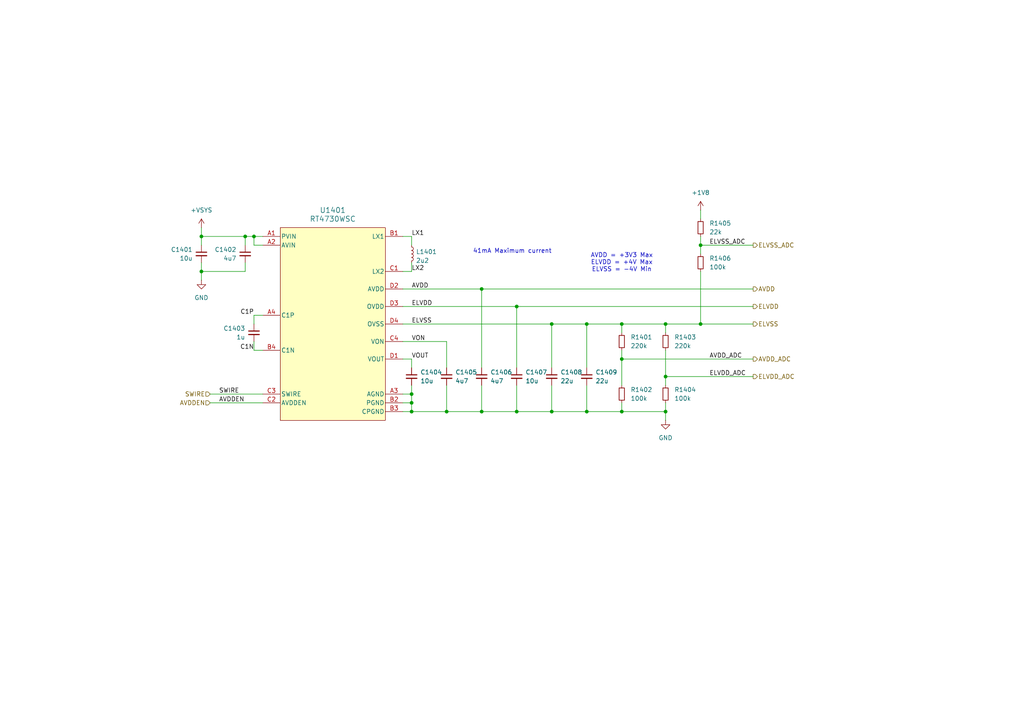
<source format=kicad_sch>
(kicad_sch (version 20231120) (generator "eeschema") (generator_version "8.0")
  (paper "A4")
  (title_block (title "Watch Display Power") (rev "2"))
  (lib_symbols
    (symbol "Device:C_Small" (pin_numbers hide) (pin_names (offset 0.254) hide)
      (property "Reference" "C" (at 0.254 1.778 0))
      (property "Value" "C_Small" (at 0.254 -2.032 0))
      (symbol "C_Small_0_1"
        (polyline (pts (xy -1.524 -0.508) (xy 1.524 -0.508)) (stroke (width 0.3302)))
        (polyline (pts (xy -1.524 0.508) (xy 1.524 0.508)) (stroke (width 0.3048)))
      )
      (symbol "C_Small_1_1"
        (pin passive line (at 0 2.54 270) (length 2.032) (name "~") (number "1"))
        (pin passive line (at 0 -2.54 90) (length 2.032) (name "~") (number "2"))
      )
    )
    (symbol "Device:L_Small" (pin_numbers hide) (pin_names (offset 0.254) hide)
      (property "Reference" "L" (at 0.762 1.016 0))
      (property "Value" "L_Small" (at 0.762 -1.016 0))
      (symbol "L_Small_0_1"
        (arc (start 0 -2.032) (mid 0.5058 -1.524) (end 0 -1.016))
        (arc (start 0 -1.016) (mid 0.5058 -0.508) (end 0 0))
        (arc (start 0 0) (mid 0.5058 0.508) (end 0 1.016))
        (arc (start 0 1.016) (mid 0.5058 1.524) (end 0 2.032))
      )
      (symbol "L_Small_1_1"
        (pin passive line (at 0 2.54 270) (length 0.508) (name "~") (number "1"))
        (pin passive line (at 0 -2.54 90) (length 0.508) (name "~") (number "2"))
      )
    )
    (symbol "Device:R_Small" (pin_numbers hide) (pin_names (offset 0.254) hide)
      (property "Reference" "R" (at 0.762 0.508 0))
      (property "Value" "R_Small" (at 0.762 -1.016 0))
      (symbol "R_Small_0_1"
        (rectangle (start -0.762 1.778) (end 0.762 -1.778) (stroke (width 0.2032)))
      )
      (symbol "R_Small_1_1"
        (pin passive line (at 0 2.54 270) (length 0.762) (name "~") (number "1"))
        (pin passive line (at 0 -2.54 90) (length 0.762) (name "~") (number "2"))
      )
    )
    (symbol "RT4730WSC:RT4730WSC" (pin_names (offset 0.254))
      (property "Reference" "U" (at 0 25.4 0))
      (property "Value" "RT4730WSC" (at 0 22.86 0))
      (symbol "RT4730WSC_0_1"
        (pin power_in line (at -20.32 17.78 0) (length 5.08) (name "PVIN") (number "A1"))
        (pin power_in line (at -20.32 15.24 0) (length 5.08) (name "AVIN") (number "A2"))
        (pin power_out line (at 20.32 -27.94 180) (length 5.08) (name "AGND") (number "A3"))
        (pin bidirectional line (at 20.32 17.78 180) (length 5.08) (name "LX1") (number "B1"))
        (pin power_out line (at 20.32 -30.48 180) (length 5.08) (name "PGND") (number "B2"))
        (pin power_out line (at 20.32 -33.02 180) (length 5.08) (name "CPGND") (number "B3"))
        (pin bidirectional line (at 20.32 7.62 180) (length 5.08) (name "LX2") (number "C1"))
        (pin power_in line (at -20.32 -30.48 0) (length 5.08) (name "AVDDEN") (number "C2"))
        (pin unspecified line (at -20.32 -27.94 0) (length 5.08) (name "SWIRE") (number "C3"))
        (pin output line (at 20.32 -12.7 180) (length 5.08) (name "VON") (number "C4"))
        (pin output line (at 20.32 -17.78 180) (length 5.08) (name "VOUT") (number "D1"))
        (pin output line (at 20.32 2.54 180) (length 5.08) (name "AVDD") (number "D2"))
        (pin output line (at 20.32 -2.54 180) (length 5.08) (name "OVDD") (number "D3"))
        (pin output line (at 20.32 -7.62 180) (length 5.08) (name "OVSS") (number "D4"))
      )
      (symbol "RT4730WSC_1_1"
        (rectangle (start -15.24 20.32) (end 15.24 -35.56) (fill (type background)))
        (pin unspecified line (at -20.32 -5.08 0) (length 5.08) (name "C1P") (number "A4"))
        (pin unspecified line (at -20.32 -15.24 0) (length 5.08) (name "C1N") (number "B4"))
      )
    )
    (symbol "power:+1V8" (power) (pin_numbers hide) (pin_names (offset 0) hide)
      (property "Value" "+1V8" (at 0 3.556 0))
      (symbol "+1V8_0_1"
        (polyline (pts (xy -0.762 1.27) (xy 0 2.54)))
        (polyline (pts (xy 0 0) (xy 0 2.54)))
        (polyline (pts (xy 0 2.54) (xy 0.762 1.27)))
      )
      (symbol "+1V8_1_1"
        (pin power_in line (at 0 0 90) (length 0) (name "~") (number "1"))
      )
    )
    (symbol "power:GND" (power) (pin_numbers hide) (pin_names (offset 0) hide)
      (property "Value" "GND" (at 0 -3.81 0))
      (symbol "GND_0_1"
        (polyline (pts (xy 0 0) (xy 0 -1.27) (xy 1.27 -1.27) (xy 0 -2.54) (xy -1.27 -1.27) (xy 0 -1.27)))
      )
      (symbol "GND_1_1"
        (pin power_in line (at 0 0 270) (length 0) (name "~") (number "1"))
      )
    )
    (symbol "watch_symbols_lib:+VSYS" (power) (pin_names (offset 0))
      (property "Value" "+VSYS" (at 0 3.556 0))
      (symbol "+VSYS_0_1"
        (polyline (pts (xy -0.762 1.27) (xy 0 2.54)))
        (polyline (pts (xy 0 0) (xy 0 2.54)))
        (polyline (pts (xy 0 2.54) (xy 0.762 1.27)))
      )
      (symbol "+VSYS_1_1"
        (pin power_in line (at 0 0 90) (length 0) hide (name "+VSYS") (number "1"))
      )
    )
  )
  (junction (at 129.54 119.38))
  (junction (at 149.86 88.9))
  (junction (at 71.12 68.58))
  (junction (at 203.2 93.98))
  (junction (at 180.34 104.14))
  (junction (at 58.42 68.58))
  (junction (at 203.2 71.12))
  (junction (at 119.38 114.3))
  (junction (at 160.02 119.38))
  (junction (at 170.18 119.38))
  (junction (at 180.34 93.98))
  (junction (at 139.7 83.82))
  (junction (at 119.38 116.84))
  (junction (at 58.42 78.74))
  (junction (at 149.86 119.38))
  (junction (at 170.18 93.98))
  (junction (at 193.04 109.22))
  (junction (at 73.66 68.58))
  (junction (at 180.34 119.38))
  (junction (at 119.38 119.38))
  (junction (at 193.04 119.38))
  (junction (at 139.7 119.38))
  (junction (at 160.02 93.98))
  (junction (at 193.04 93.98))
  (wire (pts (xy 116.84 99.06) (xy 129.54 99.06)))
  (wire (pts (xy 160.02 93.98) (xy 116.84 93.98)))
  (wire (pts (xy 116.84 116.84) (xy 119.38 116.84)))
  (wire (pts (xy 119.38 114.3) (xy 119.38 111.76)))
  (wire (pts (xy 149.86 88.9) (xy 218.44 88.9)))
  (wire (pts (xy 139.7 119.38) (xy 129.54 119.38)))
  (wire (pts (xy 170.18 119.38) (xy 180.34 119.38)))
  (wire (pts (xy 193.04 119.38) (xy 193.04 121.92)))
  (wire (pts (xy 60.96 116.84) (xy 76.2 116.84)))
  (wire (pts (xy 76.2 71.12) (xy 73.66 71.12)))
  (wire (pts (xy 73.66 99.06) (xy 73.66 101.6)))
  (wire (pts (xy 119.38 116.84) (xy 119.38 114.3)))
  (wire (pts (xy 203.2 60.96) (xy 203.2 63.5)))
  (wire (pts (xy 193.04 109.22) (xy 193.04 111.76)))
  (wire (pts (xy 129.54 111.76) (xy 129.54 119.38)))
  (wire (pts (xy 180.34 104.14) (xy 180.34 111.76)))
  (wire (pts (xy 180.34 104.14) (xy 218.44 104.14)))
  (wire (pts (xy 203.2 93.98) (xy 218.44 93.98)))
  (wire (pts (xy 119.38 106.68) (xy 119.38 104.14)))
  (wire (pts (xy 116.84 83.82) (xy 139.7 83.82)))
  (wire (pts (xy 180.34 101.6) (xy 180.34 104.14)))
  (wire (pts (xy 71.12 78.74) (xy 71.12 76.2)))
  (wire (pts (xy 160.02 111.76) (xy 160.02 119.38)))
  (wire (pts (xy 73.66 91.44) (xy 76.2 91.44)))
  (wire (pts (xy 116.84 119.38) (xy 119.38 119.38)))
  (wire (pts (xy 119.38 76.2) (xy 119.38 78.74)))
  (wire (pts (xy 119.38 68.58) (xy 116.84 68.58)))
  (wire (pts (xy 160.02 119.38) (xy 149.86 119.38)))
  (wire (pts (xy 193.04 93.98) (xy 193.04 96.52)))
  (wire (pts (xy 58.42 66.04) (xy 58.42 68.58)))
  (wire (pts (xy 116.84 114.3) (xy 119.38 114.3)))
  (wire (pts (xy 160.02 93.98) (xy 160.02 106.68)))
  (wire (pts (xy 203.2 68.58) (xy 203.2 71.12)))
  (wire (pts (xy 58.42 71.12) (xy 58.42 68.58)))
  (wire (pts (xy 119.38 71.12) (xy 119.38 68.58)))
  (wire (pts (xy 149.86 106.68) (xy 149.86 88.9)))
  (wire (pts (xy 170.18 93.98) (xy 170.18 106.68)))
  (wire (pts (xy 193.04 93.98) (xy 203.2 93.98)))
  (wire (pts (xy 58.42 78.74) (xy 71.12 78.74)))
  (wire (pts (xy 73.66 93.98) (xy 73.66 91.44)))
  (wire (pts (xy 193.04 116.84) (xy 193.04 119.38)))
  (wire (pts (xy 139.7 83.82) (xy 139.7 106.68)))
  (wire (pts (xy 139.7 111.76) (xy 139.7 119.38)))
  (wire (pts (xy 170.18 93.98) (xy 180.34 93.98)))
  (wire (pts (xy 170.18 119.38) (xy 160.02 119.38)))
  (wire (pts (xy 71.12 71.12) (xy 71.12 68.58)))
  (wire (pts (xy 73.66 101.6) (xy 76.2 101.6)))
  (wire (pts (xy 58.42 78.74) (xy 58.42 81.28)))
  (wire (pts (xy 129.54 99.06) (xy 129.54 106.68)))
  (wire (pts (xy 149.86 119.38) (xy 139.7 119.38)))
  (wire (pts (xy 170.18 111.76) (xy 170.18 119.38)))
  (wire (pts (xy 119.38 119.38) (xy 119.38 116.84)))
  (wire (pts (xy 203.2 78.74) (xy 203.2 93.98)))
  (wire (pts (xy 116.84 88.9) (xy 149.86 88.9)))
  (wire (pts (xy 180.34 116.84) (xy 180.34 119.38)))
  (wire (pts (xy 160.02 93.98) (xy 170.18 93.98)))
  (wire (pts (xy 73.66 68.58) (xy 73.66 71.12)))
  (wire (pts (xy 180.34 93.98) (xy 193.04 93.98)))
  (wire (pts (xy 129.54 119.38) (xy 119.38 119.38)))
  (wire (pts (xy 193.04 109.22) (xy 218.44 109.22)))
  (wire (pts (xy 116.84 104.14) (xy 119.38 104.14)))
  (wire (pts (xy 139.7 83.82) (xy 218.44 83.82)))
  (wire (pts (xy 71.12 68.58) (xy 73.66 68.58)))
  (wire (pts (xy 58.42 68.58) (xy 71.12 68.58)))
  (wire (pts (xy 149.86 111.76) (xy 149.86 119.38)))
  (wire (pts (xy 60.96 114.3) (xy 76.2 114.3)))
  (wire (pts (xy 193.04 119.38) (xy 180.34 119.38)))
  (wire (pts (xy 193.04 101.6) (xy 193.04 109.22)))
  (wire (pts (xy 58.42 76.2) (xy 58.42 78.74)))
  (wire (pts (xy 180.34 93.98) (xy 180.34 96.52)))
  (wire (pts (xy 119.38 78.74) (xy 116.84 78.74)))
  (wire (pts (xy 203.2 71.12) (xy 203.2 73.66)))
  (wire (pts (xy 203.2 71.12) (xy 218.44 71.12)))
  (wire (pts (xy 73.66 68.58) (xy 76.2 68.58)))
  (text "AVDD = +3V3 Max\nELVDD = +4V Max\nELVSS = -4V Min" (at 180.34 76.2 0) (effects (font (size 1.27 1.27))))
  (text "41mA Maximum current" (at 137.16 73.66 0) (effects (font (size 1.27 1.27)) (justify left bottom)))
  (label "LX2" (at 119.38 78.74 0))
  (label "AVDD_ADC" (at 205.74 104.14 0))
  (label "VON" (at 119.38 99.06 0))
  (label "ELVDD" (at 119.38 88.9 0))
  (label "ELVDD_ADC" (at 205.74 109.22 0))
  (label "C1P" (at 73.66 91.44 180))
  (label "VOUT" (at 119.38 104.14 0))
  (label "ELVSS_ADC" (at 205.74 71.12 0))
  (label "ELVSS" (at 119.38 93.98 0))
  (label "SWIRE" (at 63.5 114.3 0))
  (label "AVDDEN" (at 63.5 116.84 0))
  (label "LX1" (at 119.38 68.58 0))
  (label "C1N" (at 73.66 101.6 180))
  (label "AVDD" (at 119.38 83.82 0))
  (hierarchical_label "AVDD" (shape output) (at 218.44 83.82 0))
  (hierarchical_label "ELVDD_ADC" (shape output) (at 218.44 109.22 0))
  (hierarchical_label "AVDDEN" (shape input) (at 60.96 116.84 180))
  (hierarchical_label "ELVSS" (shape output) (at 218.44 93.98 0))
  (hierarchical_label "AVDD_ADC" (shape output) (at 218.44 104.14 0))
  (hierarchical_label "SWIRE" (shape input) (at 60.96 114.3 180))
  (hierarchical_label "ELVDD" (shape output) (at 218.44 88.9 0))
  (hierarchical_label "ELVSS_ADC" (shape output) (at 218.44 71.12 0))
  (symbol (lib_id "Device:R_Small") (at 180.34 99.06 0) (unit 1)
    (property "Reference" "R1401" (at 182.88 97.7899 0) (effects (justify left)))
    (property "Value" "220k" (at 182.88 100.3299 0) (effects (justify left)))
    (property "Footprint" "Resistor_SMD:R_0402_1005Metric" (effects (hide yes)))
    (property "Description" "Resistor, small symbol" (effects (hide yes)))
  )
  (symbol (lib_id "Device:R_Small") (at 203.2 76.2 0) (unit 1)
    (property "Reference" "R1406" (at 205.74 74.9299 0) (effects (justify left)))
    (property "Value" "100k" (at 205.74 77.4699 0) (effects (justify left)))
    (property "Footprint" "Resistor_SMD:R_0402_1005Metric" (effects (hide yes)))
    (property "Description" "Resistor, small symbol" (effects (hide yes)))
  )
  (symbol (lib_id "Device:R_Small") (at 180.34 114.3 0) (unit 1)
    (property "Reference" "R1402" (at 182.88 113.0299 0) (effects (justify left)))
    (property "Value" "100k" (at 182.88 115.5699 0) (effects (justify left)))
    (property "Footprint" "Resistor_SMD:R_0402_1005Metric" (effects (hide yes)))
    (property "Description" "Resistor, small symbol" (effects (hide yes)))
  )
  (symbol (lib_id "Device:C_Small") (at 129.54 109.22 0) (mirror y) (unit 1)
    (property "Reference" "C1405" (at 132.08 107.9563 0) (effects (justify right)))
    (property "Value" "4u7" (at 132.08 110.4963 0) (effects (justify right)))
    (property "Footprint" "Capacitor_SMD:C_0402_1005Metric" (effects (hide yes)))
    (property "Description" "Unpolarized capacitor, small symbol" (effects (hide yes)))
  )
  (symbol (lib_id "Device:C_Small") (at 170.18 109.22 0) (mirror y) (unit 1)
    (property "Reference" "C1409" (at 172.72 107.9563 0) (effects (justify right)))
    (property "Value" "22u" (at 172.72 110.4963 0) (effects (justify right)))
    (property "Footprint" "Capacitor_SMD:C_0402_1005Metric" (effects (hide yes)))
    (property "Description" "Unpolarized capacitor, small symbol" (effects (hide yes)))
  )
  (symbol (lib_id "power:+1V8") (at 203.2 60.96 0) (unit 1)
    (property "Reference" "#PWR01404" (effects (hide yes)))
    (property "Value" "+1V8" (at 203.2 55.88 0))
    (property "Description" "Power symbol creates a global label with name \"+1V8\"" (effects (hide yes)))
  )
  (symbol (lib_id "RT4730WSC:RT4730WSC") (at 96.52 86.36 0) (unit 1)
    (property "Reference" "U1401" (at 96.52 60.96 0) (effects (font (size 1.524 1.524))))
    (property "Value" "RT4730WSC" (at 96.52 63.5 0) (effects (font (size 1.524 1.524))))
    (property "Footprint" "watch_footprints:RT4730WSC" (effects (hide yes)))
    (property "Datasheet" "https://www.mouser.co.uk/datasheet/2/1458/DS4730_05-3104696.pdf" (effects (hide yes)))
  )
  (symbol (lib_id "Device:C_Small") (at 139.7 109.22 0) (mirror y) (unit 1)
    (property "Reference" "C1406" (at 142.24 107.9563 0) (effects (justify right)))
    (property "Value" "4u7" (at 142.24 110.4963 0) (effects (justify right)))
    (property "Footprint" "Capacitor_SMD:C_0402_1005Metric" (effects (hide yes)))
    (property "Description" "Unpolarized capacitor, small symbol" (effects (hide yes)))
  )
  (symbol (lib_id "Device:R_Small") (at 193.04 114.3 0) (unit 1)
    (property "Reference" "R1404" (at 195.58 113.0299 0) (effects (justify left)))
    (property "Value" "100k" (at 195.58 115.5699 0) (effects (justify left)))
    (property "Footprint" "Resistor_SMD:R_0402_1005Metric" (effects (hide yes)))
    (property "Description" "Resistor, small symbol" (effects (hide yes)))
  )
  (symbol (lib_id "Device:C_Small") (at 58.42 73.66 0) (unit 1)
    (property "Reference" "C1401" (at 55.88 72.3963 0) (effects (justify right)))
    (property "Value" "10u" (at 55.88 74.9363 0) (effects (justify right)))
    (property "Footprint" "Capacitor_SMD:C_0402_1005Metric" (effects (hide yes)))
    (property "Description" "Unpolarized capacitor, small symbol" (effects (hide yes)))
  )
  (symbol (lib_id "Device:L_Small") (at 119.38 73.66 0) (unit 1)
    (property "Reference" "L1401" (at 120.65 73.025 0) (effects (justify left)))
    (property "Value" "2u2" (at 120.65 75.565 0) (effects (justify left)))
    (property "Footprint" "Inductor_SMD:L_Murata_DFE201610P" (effects (hide yes)))
    (property "Description" "Inductor, small symbol" (effects (hide yes)))
  )
  (symbol (lib_id "Device:R_Small") (at 203.2 66.04 0) (unit 1)
    (property "Reference" "R1405" (at 205.74 64.7699 0) (effects (justify left)))
    (property "Value" "22k" (at 205.74 67.3099 0) (effects (justify left)))
    (property "Footprint" "Resistor_SMD:R_0402_1005Metric" (effects (hide yes)))
    (property "Description" "Resistor, small symbol" (effects (hide yes)))
  )
  (symbol (lib_id "watch_symbols_lib:+VSYS") (at 58.42 66.04 0) (unit 1)
    (property "Reference" "#PWR01401" (effects (hide yes)))
    (property "Value" "+VSYS" (at 58.42 60.96 0))
    (property "Description" "Power symbol creates a global label with name \"+VSYS\"" (effects (hide yes)))
  )
  (symbol (lib_id "Device:C_Small") (at 71.12 73.66 0) (unit 1)
    (property "Reference" "C1402" (at 68.58 72.3963 0) (effects (justify right)))
    (property "Value" "4u7" (at 68.58 74.9363 0) (effects (justify right)))
    (property "Footprint" "Capacitor_SMD:C_0402_1005Metric" (effects (hide yes)))
    (property "Description" "Unpolarized capacitor, small symbol" (effects (hide yes)))
  )
  (symbol (lib_id "power:GND") (at 193.04 121.92 0) (unit 1)
    (property "Reference" "#PWR01403" (effects (hide yes)))
    (property "Value" "GND" (at 193.04 127 0))
    (property "Description" "Power symbol creates a global label with name \"GND\" , ground" (effects (hide yes)))
  )
  (symbol (lib_id "Device:C_Small") (at 119.38 109.22 0) (mirror y) (unit 1)
    (property "Reference" "C1404" (at 121.92 107.9563 0) (effects (justify right)))
    (property "Value" "10u" (at 121.92 110.4963 0) (effects (justify right)))
    (property "Footprint" "Capacitor_SMD:C_0402_1005Metric" (effects (hide yes)))
    (property "Description" "Unpolarized capacitor, small symbol" (effects (hide yes)))
  )
  (symbol (lib_id "Device:C_Small") (at 160.02 109.22 0) (mirror y) (unit 1)
    (property "Reference" "C1408" (at 162.56 107.9563 0) (effects (justify right)))
    (property "Value" "22u" (at 162.56 110.4963 0) (effects (justify right)))
    (property "Footprint" "Capacitor_SMD:C_0402_1005Metric" (effects (hide yes)))
    (property "Description" "Unpolarized capacitor, small symbol" (effects (hide yes)))
  )
  (symbol (lib_id "Device:C_Small") (at 73.66 96.52 0) (unit 1)
    (property "Reference" "C1403" (at 71.12 95.2563 0) (effects (justify right)))
    (property "Value" "1u" (at 71.12 97.7963 0) (effects (justify right)))
    (property "Footprint" "Capacitor_SMD:C_0402_1005Metric" (effects (hide yes)))
    (property "Description" "Unpolarized capacitor, small symbol" (effects (hide yes)))
  )
  (symbol (lib_id "Device:C_Small") (at 149.86 109.22 0) (mirror y) (unit 1)
    (property "Reference" "C1407" (at 152.4 107.9563 0) (effects (justify right)))
    (property "Value" "10u" (at 152.4 110.4963 0) (effects (justify right)))
    (property "Footprint" "Capacitor_SMD:C_0402_1005Metric" (effects (hide yes)))
    (property "Description" "Unpolarized capacitor, small symbol" (effects (hide yes)))
  )
  (symbol (lib_id "Device:R_Small") (at 193.04 99.06 0) (unit 1)
    (property "Reference" "R1403" (at 195.58 97.7899 0) (effects (justify left)))
    (property "Value" "220k" (at 195.58 100.3299 0) (effects (justify left)))
    (property "Footprint" "Resistor_SMD:R_0402_1005Metric" (effects (hide yes)))
    (property "Description" "Resistor, small symbol" (effects (hide yes)))
  )
  (symbol (lib_id "power:GND") (at 58.42 81.28 0) (unit 1)
    (property "Reference" "#PWR01402" (effects (hide yes)))
    (property "Value" "GND" (at 58.42 86.36 0))
    (property "Description" "Power symbol creates a global label with name \"GND\" , ground" (effects (hide yes)))
  )
)
</source>
